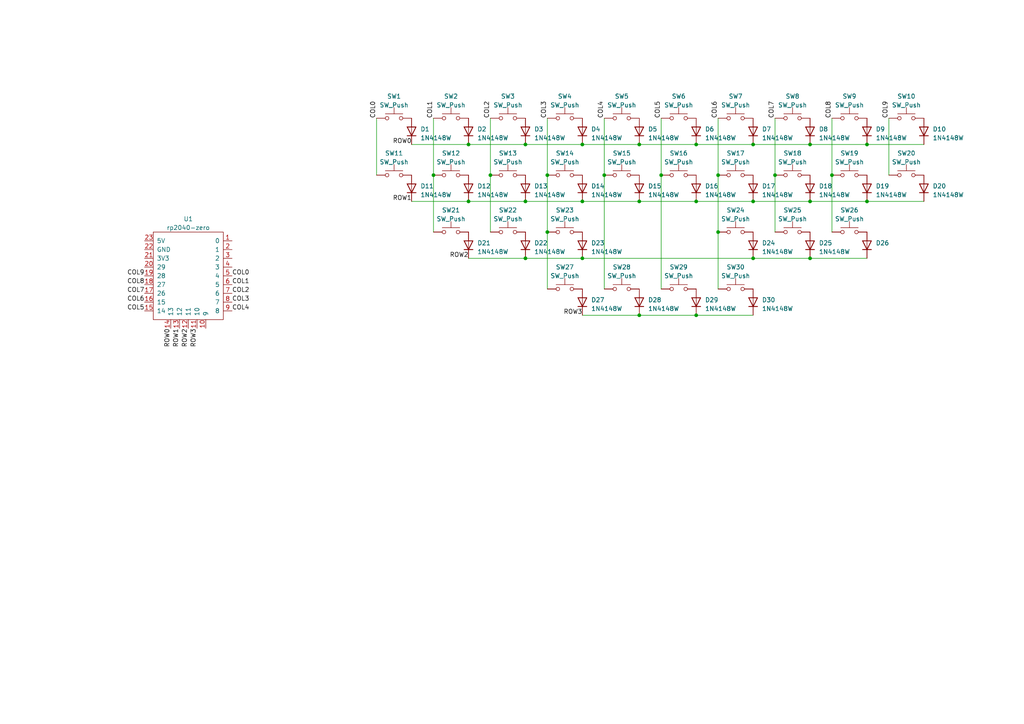
<source format=kicad_sch>
(kicad_sch (version 20230121) (generator eeschema)
  (paper "A4")
  (lib_symbols
    (symbol "Diode:1N4148W" (pin_numbers hide) (pin_names hide)
      (property "Reference" "D" (at 0 2.54 0))
      (property "Value" "1N4148W" (at 0 -2.54 0))
      (symbol "1N4148W_0_1"
        (polyline (pts (xy -1.27 1.27) (xy -1.27 -1.27)) (stroke (width 0.254)))
        (polyline (pts (xy 1.27 0) (xy -1.27 0)))
        (polyline (pts (xy 1.27 1.27) (xy 1.27 -1.27) (xy -1.27 0) (xy 1.27 1.27)) (stroke (width 0.254)))
      )
      (symbol "1N4148W_1_1"
        (pin passive line (at -3.81 0 0) (length 2.54) (name "K") (number "1"))
        (pin passive line (at 3.81 0 180) (length 2.54) (name "A") (number "2"))
      )
    )
    (symbol "Switch:SW_Push" (pin_numbers hide) (pin_names (offset 1.016) hide)
      (property "Reference" "SW" (at 1.27 2.54 0))
      (property "Value" "SW_Push" (at 0 -1.524 0))
      (symbol "SW_Push_0_1"
        (circle (center -2.032 0) (radius 0.508))
        (polyline (pts (xy 0 1.27) (xy 0 3.048)))
        (polyline (pts (xy 2.54 1.27) (xy -2.54 1.27)))
        (circle (center 2.032 0) (radius 0.508))
        (pin passive line (at -5.08 0 0) (length 2.54) (name "1") (number "1"))
        (pin passive line (at 5.08 0 180) (length 2.54) (name "2") (number "2"))
      )
    )
    (symbol "mcu:rp2040-zero" (pin_names (offset 1.016))
      (property "Reference" "U" (at 0 15.24 0))
      (property "Value" "rp2040-zero" (at 0 12.7 0))
      (symbol "rp2040-zero_0_1"
        (rectangle (start -10.16 11.43) (end 10.16 -13.97))
      )
      (symbol "rp2040-zero_1_1"
        (pin bidirectional line (at 12.7 8.89 180) (length 2.54) (name "0") (number "1"))
        (pin bidirectional line (at 5.08 -16.51 90) (length 2.54) (name "9") (number "10"))
        (pin bidirectional line (at 2.54 -16.51 90) (length 2.54) (name "10") (number "11"))
        (pin bidirectional line (at 0 -16.51 90) (length 2.54) (name "11") (number "12"))
        (pin bidirectional line (at -2.54 -16.51 90) (length 2.54) (name "12") (number "13"))
        (pin bidirectional line (at -5.08 -16.51 90) (length 2.54) (name "13") (number "14"))
        (pin bidirectional line (at -12.7 -11.43 0) (length 2.54) (name "14") (number "15"))
        (pin bidirectional line (at -12.7 -8.89 0) (length 2.54) (name "15") (number "16"))
        (pin bidirectional line (at -12.7 -6.35 0) (length 2.54) (name "26") (number "17"))
        (pin bidirectional line (at -12.7 -3.81 0) (length 2.54) (name "27") (number "18"))
        (pin bidirectional line (at -12.7 -1.27 0) (length 2.54) (name "28") (number "19"))
        (pin bidirectional line (at 12.7 6.35 180) (length 2.54) (name "1") (number "2"))
        (pin bidirectional line (at -12.7 1.27 0) (length 2.54) (name "29") (number "20"))
        (pin power_out line (at -12.7 3.81 0) (length 2.54) (name "3V3") (number "21"))
        (pin power_out line (at -12.7 6.35 0) (length 2.54) (name "GND") (number "22"))
        (pin power_out line (at -12.7 8.89 0) (length 2.54) (name "5V") (number "23"))
        (pin bidirectional line (at 12.7 3.81 180) (length 2.54) (name "2") (number "3"))
        (pin bidirectional line (at 12.7 1.27 180) (length 2.54) (name "3") (number "4"))
        (pin bidirectional line (at 12.7 -1.27 180) (length 2.54) (name "4") (number "5"))
        (pin bidirectional line (at 12.7 -3.81 180) (length 2.54) (name "5") (number "6"))
        (pin bidirectional line (at 12.7 -6.35 180) (length 2.54) (name "6") (number "7"))
        (pin bidirectional line (at 12.7 -8.89 180) (length 2.54) (name "7") (number "8"))
        (pin bidirectional line (at 12.7 -11.43 180) (length 2.54) (name "8") (number "9"))
      )
    )
  )
  (junction (at 218.44 41.91))
  (junction (at 168.91 74.93))
  (junction (at 234.95 58.42))
  (junction (at 125.73 50.8))
  (junction (at 251.46 58.42))
  (junction (at 218.44 74.93))
  (junction (at 224.79 50.8))
  (junction (at 185.42 41.91))
  (junction (at 208.28 67.31))
  (junction (at 218.44 58.42))
  (junction (at 168.91 41.91))
  (junction (at 185.42 91.44))
  (junction (at 152.4 74.93))
  (junction (at 201.93 91.44))
  (junction (at 142.24 50.8))
  (junction (at 241.3 50.8))
  (junction (at 185.42 58.42))
  (junction (at 158.75 50.8))
  (junction (at 201.93 41.91))
  (junction (at 208.28 50.8))
  (junction (at 191.77 50.8))
  (junction (at 168.91 58.42))
  (junction (at 234.95 41.91))
  (junction (at 251.46 41.91))
  (junction (at 152.4 41.91))
  (junction (at 175.26 50.8))
  (junction (at 234.95 74.93))
  (junction (at 152.4 58.42))
  (junction (at 135.89 41.91))
  (junction (at 158.75 67.31))
  (junction (at 135.89 58.42))
  (junction (at 201.93 58.42))
  (wire (pts (xy 241.3 50.8) (xy 241.3 67.31)))
  (wire (pts (xy 201.93 91.44) (xy 218.44 91.44)))
  (wire (pts (xy 119.38 41.91) (xy 135.89 41.91)))
  (wire (pts (xy 168.91 41.91) (xy 185.42 41.91)))
  (wire (pts (xy 234.95 74.93) (xy 251.46 74.93)))
  (wire (pts (xy 201.93 41.91) (xy 218.44 41.91)))
  (wire (pts (xy 208.28 67.31) (xy 208.28 83.82)))
  (wire (pts (xy 234.95 58.42) (xy 251.46 58.42)))
  (wire (pts (xy 135.89 58.42) (xy 152.4 58.42)))
  (wire (pts (xy 241.3 34.29) (xy 241.3 50.8)))
  (wire (pts (xy 168.91 91.44) (xy 185.42 91.44)))
  (wire (pts (xy 175.26 50.8) (xy 175.26 83.82)))
  (wire (pts (xy 142.24 34.29) (xy 142.24 50.8)))
  (wire (pts (xy 208.28 50.8) (xy 208.28 67.31)))
  (wire (pts (xy 168.91 58.42) (xy 185.42 58.42)))
  (wire (pts (xy 125.73 50.8) (xy 125.73 67.31)))
  (wire (pts (xy 152.4 58.42) (xy 168.91 58.42)))
  (wire (pts (xy 109.22 34.29) (xy 109.22 50.8)))
  (wire (pts (xy 224.79 34.29) (xy 224.79 50.8)))
  (wire (pts (xy 201.93 58.42) (xy 218.44 58.42)))
  (wire (pts (xy 257.81 34.29) (xy 257.81 50.8)))
  (wire (pts (xy 251.46 41.91) (xy 267.97 41.91)))
  (wire (pts (xy 185.42 58.42) (xy 201.93 58.42)))
  (wire (pts (xy 135.89 41.91) (xy 152.4 41.91)))
  (wire (pts (xy 234.95 41.91) (xy 251.46 41.91)))
  (wire (pts (xy 224.79 50.8) (xy 224.79 67.31)))
  (wire (pts (xy 152.4 41.91) (xy 168.91 41.91)))
  (wire (pts (xy 152.4 74.93) (xy 168.91 74.93)))
  (wire (pts (xy 158.75 67.31) (xy 158.75 83.82)))
  (wire (pts (xy 191.77 50.8) (xy 191.77 83.82)))
  (wire (pts (xy 218.44 41.91) (xy 234.95 41.91)))
  (wire (pts (xy 218.44 58.42) (xy 234.95 58.42)))
  (wire (pts (xy 158.75 34.29) (xy 158.75 50.8)))
  (wire (pts (xy 185.42 91.44) (xy 201.93 91.44)))
  (wire (pts (xy 185.42 41.91) (xy 201.93 41.91)))
  (wire (pts (xy 175.26 34.29) (xy 175.26 50.8)))
  (wire (pts (xy 208.28 34.29) (xy 208.28 50.8)))
  (wire (pts (xy 218.44 74.93) (xy 234.95 74.93)))
  (wire (pts (xy 142.24 50.8) (xy 142.24 67.31)))
  (wire (pts (xy 125.73 34.29) (xy 125.73 50.8)))
  (wire (pts (xy 119.38 58.42) (xy 135.89 58.42)))
  (wire (pts (xy 191.77 34.29) (xy 191.77 50.8)))
  (wire (pts (xy 168.91 74.93) (xy 218.44 74.93)))
  (wire (pts (xy 158.75 50.8) (xy 158.75 67.31)))
  (wire (pts (xy 135.89 74.93) (xy 152.4 74.93)))
  (wire (pts (xy 251.46 58.42) (xy 267.97 58.42)))
  (label "COL9" (at 41.91 80.01 180))
  (label "ROW0" (at 49.53 95.25 270))
  (label "COL0" (at 109.22 34.29 90))
  (label "COL7" (at 41.91 85.09 180))
  (label "ROW2" (at 54.61 95.25 270))
  (label "COL9" (at 257.81 34.29 90))
  (label "ROW3" (at 57.15 95.25 270))
  (label "COL3" (at 158.75 34.29 90))
  (label "COL0" (at 67.31 80.01 0))
  (label "ROW1" (at 52.07 95.25 270))
  (label "COL4" (at 175.26 34.29 90))
  (label "ROW0" (at 119.38 41.91 180))
  (label "COL1" (at 125.73 34.29 90))
  (label "COL2" (at 142.24 34.29 90))
  (label "COL6" (at 208.28 34.29 90))
  (label "COL1" (at 67.31 82.55 0))
  (label "ROW2" (at 135.89 74.93 180))
  (label "COL5" (at 41.91 90.17 180))
  (label "COL6" (at 41.91 87.63 180))
  (label "COL2" (at 67.31 85.09 0))
  (label "COL5" (at 191.77 34.29 90))
  (label "ROW3" (at 168.91 91.44 180))
  (label "COL4" (at 67.31 90.17 0))
  (label "COL7" (at 224.79 34.29 90))
  (label "COL3" (at 67.31 87.63 0))
  (label "ROW1" (at 119.38 58.42 180))
  (label "COL8" (at 241.3 34.29 90))
  (label "COL8" (at 41.91 82.55 180))
  (symbol (lib_id "Switch:SW_Push") (at 246.38 50.8 0) (unit 1)
    (property "Reference" "SW19" (at 246.38 44.45 0))
    (property "Value" "SW_Push" (at 246.38 46.99 0))
    (property "Footprint" "PCM_Switch_Keyboard_Hotswap_Kailh:SW_Hotswap_Kailh_MX_1.00u" (effects hide))
  )
  (symbol (lib_id "Diode:1N4148W") (at 218.44 71.12 90) (unit 1)
    (property "Reference" "D24" (at 220.98 70.485 90) (effects (justify right)))
    (property "Value" "1N4148W" (at 220.98 73.025 90) (effects (justify right)))
    (property "Footprint" "Diode_SMD:D_SOD-123" (effects hide))
    (property "Datasheet" "https://www.vishay.com/docs/85748/1n4148w.pdf" (effects hide))
    (property "Sim.Device" "D" (effects hide))
    (property "Sim.Pins" "1=K 2=A" (effects hide))
  )
  (symbol (lib_id "Switch:SW_Push") (at 180.34 50.8 0) (unit 1)
    (property "Reference" "SW15" (at 180.34 44.45 0))
    (property "Value" "SW_Push" (at 180.34 46.99 0))
    (property "Footprint" "PCM_Switch_Keyboard_Hotswap_Kailh:SW_Hotswap_Kailh_MX_1.00u" (effects hide))
  )
  (symbol (lib_id "Switch:SW_Push") (at 163.83 34.29 0) (unit 1)
    (property "Reference" "SW4" (at 163.83 27.94 0))
    (property "Value" "SW_Push" (at 163.83 30.48 0))
    (property "Footprint" "PCM_Switch_Keyboard_Hotswap_Kailh:SW_Hotswap_Kailh_MX_1.00u" (effects hide))
  )
  (symbol (lib_id "Switch:SW_Push") (at 114.3 34.29 0) (unit 1)
    (property "Reference" "SW1" (at 114.3 27.94 0))
    (property "Value" "SW_Push" (at 114.3 30.48 0))
    (property "Footprint" "PCM_Switch_Keyboard_Hotswap_Kailh:SW_Hotswap_Kailh_MX_1.00u" (effects hide))
  )
  (symbol (lib_id "Diode:1N4148W") (at 267.97 38.1 90) (unit 1)
    (property "Reference" "D10" (at 270.51 37.465 90) (effects (justify right)))
    (property "Value" "1N4148W" (at 270.51 40.005 90) (effects (justify right)))
    (property "Footprint" "Diode_SMD:D_SOD-123" (effects hide))
    (property "Datasheet" "https://www.vishay.com/docs/85748/1n4148w.pdf" (effects hide))
    (property "Sim.Device" "D" (effects hide))
    (property "Sim.Pins" "1=K 2=A" (effects hide))
  )
  (symbol (lib_id "Switch:SW_Push") (at 196.85 50.8 0) (unit 1)
    (property "Reference" "SW16" (at 196.85 44.45 0))
    (property "Value" "SW_Push" (at 196.85 46.99 0))
    (property "Footprint" "PCM_Switch_Keyboard_Hotswap_Kailh:SW_Hotswap_Kailh_MX_1.00u" (effects hide))
  )
  (symbol (lib_id "Diode:1N4148W") (at 201.93 38.1 90) (unit 1)
    (property "Reference" "D6" (at 204.47 37.465 90) (effects (justify right)))
    (property "Value" "1N4148W" (at 204.47 40.005 90) (effects (justify right)))
    (property "Footprint" "Diode_SMD:D_SOD-123" (effects hide))
    (property "Datasheet" "https://www.vishay.com/docs/85748/1n4148w.pdf" (effects hide))
    (property "Sim.Device" "D" (effects hide))
    (property "Sim.Pins" "1=K 2=A" (effects hide))
  )
  (symbol (lib_id "Switch:SW_Push") (at 130.81 34.29 0) (unit 1)
    (property "Reference" "SW2" (at 130.81 27.94 0))
    (property "Value" "SW_Push" (at 130.81 30.48 0))
    (property "Footprint" "PCM_Switch_Keyboard_Hotswap_Kailh:SW_Hotswap_Kailh_MX_1.00u" (effects hide))
  )
  (symbol (lib_id "Diode:1N4148W") (at 201.93 87.63 90) (unit 1)
    (property "Reference" "D29" (at 204.47 86.995 90) (effects (justify right)))
    (property "Value" "1N4148W" (at 204.47 89.535 90) (effects (justify right)))
    (property "Footprint" "Diode_SMD:D_SOD-123" (effects hide))
    (property "Datasheet" "https://www.vishay.com/docs/85748/1n4148w.pdf" (effects hide))
    (property "Sim.Device" "D" (effects hide))
    (property "Sim.Pins" "1=K 2=A" (effects hide))
  )
  (symbol (lib_id "Switch:SW_Push") (at 114.3 50.8 0) (unit 1)
    (property "Reference" "SW11" (at 114.3 44.45 0))
    (property "Value" "SW_Push" (at 114.3 46.99 0))
    (property "Footprint" "PCM_Switch_Keyboard_Hotswap_Kailh:SW_Hotswap_Kailh_MX_1.00u" (effects hide))
  )
  (symbol (lib_id "Switch:SW_Push") (at 163.83 67.31 0) (unit 1)
    (property "Reference" "SW23" (at 163.83 60.96 0))
    (property "Value" "SW_Push" (at 163.83 63.5 0))
    (property "Footprint" "PCM_Switch_Keyboard_Hotswap_Kailh:SW_Hotswap_Kailh_MX_1.00u" (effects hide))
  )
  (symbol (lib_id "Diode:1N4148W") (at 185.42 38.1 90) (unit 1)
    (property "Reference" "D5" (at 187.96 37.465 90) (effects (justify right)))
    (property "Value" "1N4148W" (at 187.96 40.005 90) (effects (justify right)))
    (property "Footprint" "Diode_SMD:D_SOD-123" (effects hide))
    (property "Datasheet" "https://www.vishay.com/docs/85748/1n4148w.pdf" (effects hide))
    (property "Sim.Device" "D" (effects hide))
    (property "Sim.Pins" "1=K 2=A" (effects hide))
  )
  (symbol (lib_id "Switch:SW_Push") (at 147.32 50.8 0) (unit 1)
    (property "Reference" "SW13" (at 147.32 44.45 0))
    (property "Value" "SW_Push" (at 147.32 46.99 0))
    (property "Footprint" "PCM_Switch_Keyboard_Hotswap_Kailh:SW_Hotswap_Kailh_MX_1.00u" (effects hide))
  )
  (symbol (lib_id "Switch:SW_Push") (at 262.89 50.8 0) (unit 1)
    (property "Reference" "SW20" (at 262.89 44.45 0))
    (property "Value" "SW_Push" (at 262.89 46.99 0))
    (property "Footprint" "PCM_Switch_Keyboard_Hotswap_Kailh:SW_Hotswap_Kailh_MX_1.00u" (effects hide))
  )
  (symbol (lib_id "Switch:SW_Push") (at 246.38 67.31 0) (unit 1)
    (property "Reference" "SW26" (at 246.38 60.96 0))
    (property "Value" "SW_Push" (at 246.38 63.5 0))
    (property "Footprint" "PCM_Switch_Keyboard_Hotswap_Kailh:SW_Hotswap_Kailh_MX_1.00u" (effects hide))
  )
  (symbol (lib_id "Diode:1N4148W") (at 218.44 38.1 90) (unit 1)
    (property "Reference" "D7" (at 220.98 37.465 90) (effects (justify right)))
    (property "Value" "1N4148W" (at 220.98 40.005 90) (effects (justify right)))
    (property "Footprint" "Diode_SMD:D_SOD-123" (effects hide))
    (property "Datasheet" "https://www.vishay.com/docs/85748/1n4148w.pdf" (effects hide))
    (property "Sim.Device" "D" (effects hide))
    (property "Sim.Pins" "1=K 2=A" (effects hide))
  )
  (symbol (lib_id "Switch:SW_Push") (at 163.83 50.8 0) (unit 1)
    (property "Reference" "SW14" (at 163.83 44.45 0))
    (property "Value" "SW_Push" (at 163.83 46.99 0))
    (property "Footprint" "PCM_Switch_Keyboard_Hotswap_Kailh:SW_Hotswap_Kailh_MX_1.00u" (effects hide))
  )
  (symbol (lib_id "Switch:SW_Push") (at 180.34 83.82 0) (unit 1)
    (property "Reference" "SW28" (at 180.34 77.47 0))
    (property "Value" "SW_Push" (at 180.34 80.01 0))
    (property "Footprint" "PCM_Switch_Keyboard_Hotswap_Kailh:SW_Hotswap_Kailh_MX_1.00u" (effects hide))
  )
  (symbol (lib_id "Switch:SW_Push") (at 213.36 67.31 0) (unit 1)
    (property "Reference" "SW24" (at 213.36 60.96 0))
    (property "Value" "SW_Push" (at 213.36 63.5 0))
    (property "Footprint" "PCM_Switch_Keyboard_Hotswap_Kailh:SW_Hotswap_Kailh_MX_1.00u" (effects hide))
  )
  (symbol (lib_id "Diode:1N4148W") (at 267.97 54.61 90) (unit 1)
    (property "Reference" "D20" (at 270.51 53.975 90) (effects (justify right)))
    (property "Value" "1N4148W" (at 270.51 56.515 90) (effects (justify right)))
    (property "Footprint" "Diode_SMD:D_SOD-123" (effects hide))
    (property "Datasheet" "https://www.vishay.com/docs/85748/1n4148w.pdf" (effects hide))
    (property "Sim.Device" "D" (effects hide))
    (property "Sim.Pins" "1=K 2=A" (effects hide))
  )
  (symbol (lib_id "Switch:SW_Push") (at 147.32 34.29 0) (unit 1)
    (property "Reference" "SW3" (at 147.32 27.94 0))
    (property "Value" "SW_Push" (at 147.32 30.48 0))
    (property "Footprint" "PCM_Switch_Keyboard_Hotswap_Kailh:SW_Hotswap_Kailh_MX_1.00u" (effects hide))
  )
  (symbol (lib_id "Diode:1N4148W") (at 168.91 54.61 90) (unit 1)
    (property "Reference" "D14" (at 171.45 53.975 90) (effects (justify right)))
    (property "Value" "1N4148W" (at 171.45 56.515 90) (effects (justify right)))
    (property "Footprint" "Diode_SMD:D_SOD-123" (effects hide))
    (property "Datasheet" "https://www.vishay.com/docs/85748/1n4148w.pdf" (effects hide))
    (property "Sim.Device" "D" (effects hide))
    (property "Sim.Pins" "1=K 2=A" (effects hide))
  )
  (symbol (lib_id "Diode:1N4148W") (at 218.44 87.63 90) (unit 1)
    (property "Reference" "D30" (at 220.98 86.995 90) (effects (justify right)))
    (property "Value" "1N4148W" (at 220.98 89.535 90) (effects (justify right)))
    (property "Footprint" "Diode_SMD:D_SOD-123" (effects hide))
    (property "Datasheet" "https://www.vishay.com/docs/85748/1n4148w.pdf" (effects hide))
    (property "Sim.Device" "D" (effects hide))
    (property "Sim.Pins" "1=K 2=A" (effects hide))
  )
  (symbol (lib_id "Diode:1N4148W") (at 185.42 87.63 90) (unit 1)
    (property "Reference" "D28" (at 187.96 86.995 90) (effects (justify right)))
    (property "Value" "1N4148W" (at 187.96 89.535 90) (effects (justify right)))
    (property "Footprint" "Diode_SMD:D_SOD-123" (effects hide))
    (property "Datasheet" "https://www.vishay.com/docs/85748/1n4148w.pdf" (effects hide))
    (property "Sim.Device" "D" (effects hide))
    (property "Sim.Pins" "1=K 2=A" (effects hide))
  )
  (symbol (lib_id "Diode:1N4148W") (at 218.44 54.61 90) (unit 1)
    (property "Reference" "D17" (at 220.98 53.975 90) (effects (justify right)))
    (property "Value" "1N4148W" (at 220.98 56.515 90) (effects (justify right)))
    (property "Footprint" "Diode_SMD:D_SOD-123" (effects hide))
    (property "Datasheet" "https://www.vishay.com/docs/85748/1n4148w.pdf" (effects hide))
    (property "Sim.Device" "D" (effects hide))
    (property "Sim.Pins" "1=K 2=A" (effects hide))
  )
  (symbol (lib_id "Diode:1N4148W") (at 234.95 71.12 90) (unit 1)
    (property "Reference" "D25" (at 237.49 70.485 90) (effects (justify right)))
    (property "Value" "1N4148W" (at 237.49 73.025 90) (effects (justify right)))
    (property "Footprint" "Diode_SMD:D_SOD-123" (effects hide))
    (property "Datasheet" "https://www.vishay.com/docs/85748/1n4148w.pdf" (effects hide))
    (property "Sim.Device" "D" (effects hide))
    (property "Sim.Pins" "1=K 2=A" (effects hide))
  )
  (symbol (lib_id "Diode:1N4148W") (at 251.46 38.1 90) (unit 1)
    (property "Reference" "D9" (at 254 37.465 90) (effects (justify right)))
    (property "Value" "1N4148W" (at 254 40.005 90) (effects (justify right)))
    (property "Footprint" "Diode_SMD:D_SOD-123" (effects hide))
    (property "Datasheet" "https://www.vishay.com/docs/85748/1n4148w.pdf" (effects hide))
    (property "Sim.Device" "D" (effects hide))
    (property "Sim.Pins" "1=K 2=A" (effects hide))
  )
  (symbol (lib_id "Switch:SW_Push") (at 163.83 83.82 0) (unit 1)
    (property "Reference" "SW27" (at 163.83 77.47 0))
    (property "Value" "SW_Push" (at 163.83 80.01 0))
    (property "Footprint" "PCM_Switch_Keyboard_Hotswap_Kailh:SW_Hotswap_Kailh_MX_1.00u" (effects hide))
  )
  (symbol (lib_id "Diode:1N4148W") (at 119.38 54.61 90) (unit 1)
    (property "Reference" "D11" (at 121.92 53.975 90) (effects (justify right)))
    (property "Value" "1N4148W" (at 121.92 56.515 90) (effects (justify right)))
    (property "Footprint" "Diode_SMD:D_SOD-123" (effects hide))
    (property "Datasheet" "https://www.vishay.com/docs/85748/1n4148w.pdf" (effects hide))
    (property "Sim.Device" "D" (effects hide))
    (property "Sim.Pins" "1=K 2=A" (effects hide))
  )
  (symbol (lib_id "Switch:SW_Push") (at 246.38 34.29 0) (unit 1)
    (property "Reference" "SW9" (at 246.38 27.94 0))
    (property "Value" "SW_Push" (at 246.38 30.48 0))
    (property "Footprint" "PCM_Switch_Keyboard_Hotswap_Kailh:SW_Hotswap_Kailh_MX_1.00u" (effects hide))
  )
  (symbol (lib_id "Diode:1N4148W") (at 251.46 54.61 90) (unit 1)
    (property "Reference" "D19" (at 254 53.975 90) (effects (justify right)))
    (property "Value" "1N4148W" (at 254 56.515 90) (effects (justify right)))
    (property "Footprint" "Diode_SMD:D_SOD-123" (effects hide))
    (property "Datasheet" "https://www.vishay.com/docs/85748/1n4148w.pdf" (effects hide))
    (property "Sim.Device" "D" (effects hide))
    (property "Sim.Pins" "1=K 2=A" (effects hide))
  )
  (symbol (lib_id "Diode:1N4148W") (at 168.91 87.63 90) (unit 1)
    (property "Reference" "D27" (at 171.45 86.995 90) (effects (justify right)))
    (property "Value" "1N4148W" (at 171.45 89.535 90) (effects (justify right)))
    (property "Footprint" "Diode_SMD:D_SOD-123" (effects hide))
    (property "Datasheet" "https://www.vishay.com/docs/85748/1n4148w.pdf" (effects hide))
    (property "Sim.Device" "D" (effects hide))
    (property "Sim.Pins" "1=K 2=A" (effects hide))
  )
  (symbol (lib_id "Switch:SW_Push") (at 130.81 50.8 0) (unit 1)
    (property "Reference" "SW12" (at 130.81 44.45 0))
    (property "Value" "SW_Push" (at 130.81 46.99 0))
    (property "Footprint" "PCM_Switch_Keyboard_Hotswap_Kailh:SW_Hotswap_Kailh_MX_1.00u" (effects hide))
  )
  (symbol (lib_id "Diode:1N4148W") (at 135.89 71.12 90) (unit 1)
    (property "Reference" "D21" (at 138.43 70.485 90) (effects (justify right)))
    (property "Value" "1N4148W" (at 138.43 73.025 90) (effects (justify right)))
    (property "Footprint" "Diode_SMD:D_SOD-123" (effects hide))
    (property "Datasheet" "https://www.vishay.com/docs/85748/1n4148w.pdf" (effects hide))
    (property "Sim.Device" "D" (effects hide))
    (property "Sim.Pins" "1=K 2=A" (effects hide))
  )
  (symbol (lib_id "Switch:SW_Push") (at 229.87 34.29 0) (unit 1)
    (property "Reference" "SW8" (at 229.87 27.94 0))
    (property "Value" "SW_Push" (at 229.87 30.48 0))
    (property "Footprint" "PCM_Switch_Keyboard_Hotswap_Kailh:SW_Hotswap_Kailh_MX_1.00u" (effects hide))
  )
  (symbol (lib_id "Switch:SW_Push") (at 196.85 34.29 0) (unit 1)
    (property "Reference" "SW6" (at 196.85 27.94 0))
    (property "Value" "SW_Push" (at 196.85 30.48 0))
    (property "Footprint" "PCM_Switch_Keyboard_Hotswap_Kailh:SW_Hotswap_Kailh_MX_1.00u" (effects hide))
  )
  (symbol (lib_id "Diode:1N4148W") (at 251.46 71.12 90) (unit 1)
    (property "Reference" "D26" (at 254 70.485 90) (effects (justify right)))
    (property "Value" "1N4148W" (effects hide))
    (property "Footprint" "Diode_SMD:D_SOD-123" (effects hide))
    (property "Datasheet" "https://www.vishay.com/docs/85748/1n4148w.pdf" (effects hide))
    (property "Sim.Device" "D" (effects hide))
    (property "Sim.Pins" "1=K 2=A" (effects hide))
  )
  (symbol (lib_id "Switch:SW_Push") (at 196.85 83.82 0) (unit 1)
    (property "Reference" "SW29" (at 196.85 77.47 0))
    (property "Value" "SW_Push" (at 196.85 80.01 0))
    (property "Footprint" "PCM_Switch_Keyboard_Hotswap_Kailh:SW_Hotswap_Kailh_MX_1.00u" (effects hide))
  )
  (symbol (lib_id "Switch:SW_Push") (at 213.36 83.82 0) (unit 1)
    (property "Reference" "SW30" (at 213.36 77.47 0))
    (property "Value" "SW_Push" (at 213.36 80.01 0))
    (property "Footprint" "PCM_Switch_Keyboard_Hotswap_Kailh:SW_Hotswap_Kailh_MX_1.00u" (effects hide))
  )
  (symbol (lib_id "Switch:SW_Push") (at 213.36 50.8 0) (unit 1)
    (property "Reference" "SW17" (at 213.36 44.45 0))
    (property "Value" "SW_Push" (at 213.36 46.99 0))
    (property "Footprint" "PCM_Switch_Keyboard_Hotswap_Kailh:SW_Hotswap_Kailh_MX_1.00u" (effects hide))
  )
  (symbol (lib_id "Diode:1N4148W") (at 201.93 54.61 90) (unit 1)
    (property "Reference" "D16" (at 204.47 53.975 90) (effects (justify right)))
    (property "Value" "1N4148W" (at 204.47 56.515 90) (effects (justify right)))
    (property "Footprint" "Diode_SMD:D_SOD-123" (effects hide))
    (property "Datasheet" "https://www.vishay.com/docs/85748/1n4148w.pdf" (effects hide))
    (property "Sim.Device" "D" (effects hide))
    (property "Sim.Pins" "1=K 2=A" (effects hide))
  )
  (symbol (lib_id "Diode:1N4148W") (at 152.4 38.1 90) (unit 1)
    (property "Reference" "D3" (at 154.94 37.465 90) (effects (justify right)))
    (property "Value" "1N4148W" (at 154.94 40.005 90) (effects (justify right)))
    (property "Footprint" "Diode_SMD:D_SOD-123" (effects hide))
    (property "Datasheet" "https://www.vishay.com/docs/85748/1n4148w.pdf" (effects hide))
    (property "Sim.Device" "D" (effects hide))
    (property "Sim.Pins" "1=K 2=A" (effects hide))
  )
  (symbol (lib_id "Diode:1N4148W") (at 152.4 71.12 90) (unit 1)
    (property "Reference" "D22" (at 154.94 70.485 90) (effects (justify right)))
    (property "Value" "1N4148W" (at 154.94 73.025 90) (effects (justify right)))
    (property "Footprint" "Diode_SMD:D_SOD-123" (effects hide))
    (property "Datasheet" "https://www.vishay.com/docs/85748/1n4148w.pdf" (effects hide))
    (property "Sim.Device" "D" (effects hide))
    (property "Sim.Pins" "1=K 2=A" (effects hide))
  )
  (symbol (lib_id "Diode:1N4148W") (at 185.42 54.61 90) (unit 1)
    (property "Reference" "D15" (at 187.96 53.975 90) (effects (justify right)))
    (property "Value" "1N4148W" (at 187.96 56.515 90) (effects (justify right)))
    (property "Footprint" "Diode_SMD:D_SOD-123" (effects hide))
    (property "Datasheet" "https://www.vishay.com/docs/85748/1n4148w.pdf" (effects hide))
    (property "Sim.Device" "D" (effects hide))
    (property "Sim.Pins" "1=K 2=A" (effects hide))
  )
  (symbol (lib_id "Switch:SW_Push") (at 130.81 67.31 0) (unit 1)
    (property "Reference" "SW21" (at 130.81 60.96 0))
    (property "Value" "SW_Push" (at 130.81 63.5 0))
    (property "Footprint" "PCM_Switch_Keyboard_Hotswap_Kailh:SW_Hotswap_Kailh_MX_1.00u" (effects hide))
  )
  (symbol (lib_id "Diode:1N4148W") (at 135.89 54.61 90) (unit 1)
    (property "Reference" "D12" (at 138.43 53.975 90) (effects (justify right)))
    (property "Value" "1N4148W" (at 138.43 56.515 90) (effects (justify right)))
    (property "Footprint" "Diode_SMD:D_SOD-123" (effects hide))
    (property "Datasheet" "https://www.vishay.com/docs/85748/1n4148w.pdf" (effects hide))
    (property "Sim.Device" "D" (effects hide))
    (property "Sim.Pins" "1=K 2=A" (effects hide))
  )
  (symbol (lib_id "Diode:1N4148W") (at 119.38 38.1 90) (unit 1)
    (property "Reference" "D1" (at 121.92 37.465 90) (effects (justify right)))
    (property "Value" "1N4148W" (at 121.92 40.005 90) (effects (justify right)))
    (property "Footprint" "Diode_SMD:D_SOD-123" (effects hide))
    (property "Datasheet" "https://www.vishay.com/docs/85748/1n4148w.pdf" (effects hide))
    (property "Sim.Device" "D" (effects hide))
    (property "Sim.Pins" "1=K 2=A" (effects hide))
  )
  (symbol (lib_id "Switch:SW_Push") (at 262.89 34.29 0) (unit 1)
    (property "Reference" "SW10" (at 262.89 27.94 0))
    (property "Value" "SW_Push" (at 262.89 30.48 0))
    (property "Footprint" "PCM_Switch_Keyboard_Hotswap_Kailh:SW_Hotswap_Kailh_MX_1.00u" (effects hide))
  )
  (symbol (lib_id "Switch:SW_Push") (at 213.36 34.29 0) (unit 1)
    (property "Reference" "SW7" (at 213.36 27.94 0))
    (property "Value" "SW_Push" (at 213.36 30.48 0))
    (property "Footprint" "PCM_Switch_Keyboard_Hotswap_Kailh:SW_Hotswap_Kailh_MX_1.00u" (effects hide))
  )
  (symbol (lib_id "Diode:1N4148W") (at 168.91 71.12 90) (unit 1)
    (property "Reference" "D23" (at 171.45 70.485 90) (effects (justify right)))
    (property "Value" "1N4148W" (at 171.45 73.025 90) (effects (justify right)))
    (property "Footprint" "Diode_SMD:D_SOD-123" (effects hide))
    (property "Datasheet" "https://www.vishay.com/docs/85748/1n4148w.pdf" (effects hide))
    (property "Sim.Device" "D" (effects hide))
    (property "Sim.Pins" "1=K 2=A" (effects hide))
  )
  (symbol (lib_id "Diode:1N4148W") (at 234.95 54.61 90) (unit 1)
    (property "Reference" "D18" (at 237.49 53.975 90) (effects (justify right)))
    (property "Value" "1N4148W" (at 237.49 56.515 90) (effects (justify right)))
    (property "Footprint" "Diode_SMD:D_SOD-123" (effects hide))
    (property "Datasheet" "https://www.vishay.com/docs/85748/1n4148w.pdf" (effects hide))
    (property "Sim.Device" "D" (effects hide))
    (property "Sim.Pins" "1=K 2=A" (effects hide))
  )
  (symbol (lib_id "Diode:1N4148W") (at 135.89 38.1 90) (unit 1)
    (property "Reference" "D2" (at 138.43 37.465 90) (effects (justify right)))
    (property "Value" "1N4148W" (at 138.43 40.005 90) (effects (justify right)))
    (property "Footprint" "Diode_SMD:D_SOD-123" (effects hide))
    (property "Datasheet" "https://www.vishay.com/docs/85748/1n4148w.pdf" (effects hide))
    (property "Sim.Device" "D" (effects hide))
    (property "Sim.Pins" "1=K 2=A" (effects hide))
  )
  (symbol (lib_id "mcu:rp2040-zero") (at 54.61 78.74 0) (unit 1)
    (property "Reference" "U1" (at 54.61 63.5 0))
    (property "Value" "rp2040-zero" (at 54.61 66.04 0))
    (property "Footprint" "mcu:rp2040-zero-tht-nocut-extendedpads" (effects hide))
  )
  (symbol (lib_id "Diode:1N4148W") (at 234.95 38.1 90) (unit 1)
    (property "Reference" "D8" (at 237.49 37.465 90) (effects (justify right)))
    (property "Value" "1N4148W" (at 237.49 40.005 90) (effects (justify right)))
    (property "Footprint" "Diode_SMD:D_SOD-123" (effects hide))
    (property "Datasheet" "https://www.vishay.com/docs/85748/1n4148w.pdf" (effects hide))
    (property "Sim.Device" "D" (effects hide))
    (property "Sim.Pins" "1=K 2=A" (effects hide))
  )
  (symbol (lib_id "Diode:1N4148W") (at 152.4 54.61 90) (unit 1)
    (property "Reference" "D13" (at 154.94 53.975 90) (effects (justify right)))
    (property "Value" "1N4148W" (at 154.94 56.515 90) (effects (justify right)))
    (property "Footprint" "Diode_SMD:D_SOD-123" (effects hide))
    (property "Datasheet" "https://www.vishay.com/docs/85748/1n4148w.pdf" (effects hide))
    (property "Sim.Device" "D" (effects hide))
    (property "Sim.Pins" "1=K 2=A" (effects hide))
  )
  (symbol (lib_id "Switch:SW_Push") (at 180.34 34.29 0) (unit 1)
    (property "Reference" "SW5" (at 180.34 27.94 0))
    (property "Value" "SW_Push" (at 180.34 30.48 0))
    (property "Footprint" "PCM_Switch_Keyboard_Hotswap_Kailh:SW_Hotswap_Kailh_MX_1.00u" (effects hide))
  )
  (symbol (lib_id "Switch:SW_Push") (at 147.32 67.31 0) (unit 1)
    (property "Reference" "SW22" (at 147.32 60.96 0))
    (property "Value" "SW_Push" (at 147.32 63.5 0))
    (property "Footprint" "PCM_Switch_Keyboard_Hotswap_Kailh:SW_Hotswap_Kailh_MX_1.00u" (effects hide))
  )
  (symbol (lib_id "Diode:1N4148W") (at 168.91 38.1 90) (unit 1)
    (property "Reference" "D4" (at 171.45 37.465 90) (effects (justify right)))
    (property "Value" "1N4148W" (at 171.45 40.005 90) (effects (justify right)))
    (property "Footprint" "Diode_SMD:D_SOD-123" (effects hide))
    (property "Datasheet" "https://www.vishay.com/docs/85748/1n4148w.pdf" (effects hide))
    (property "Sim.Device" "D" (effects hide))
    (property "Sim.Pins" "1=K 2=A" (effects hide))
  )
  (symbol (lib_id "Switch:SW_Push") (at 229.87 67.31 0) (unit 1)
    (property "Reference" "SW25" (at 229.87 60.96 0))
    (property "Value" "SW_Push" (at 229.87 63.5 0))
    (property "Footprint" "PCM_Switch_Keyboard_Hotswap_Kailh:SW_Hotswap_Kailh_MX_1.00u" (effects hide))
  )
  (symbol (lib_id "Switch:SW_Push") (at 229.87 50.8 0) (unit 1)
    (property "Reference" "SW18" (at 229.87 44.45 0))
    (property "Value" "SW_Push" (at 229.87 46.99 0))
    (property "Footprint" "PCM_Switch_Keyboard_Hotswap_Kailh:SW_Hotswap_Kailh_MX_1.00u" (effects hide))
  )
)
</source>
